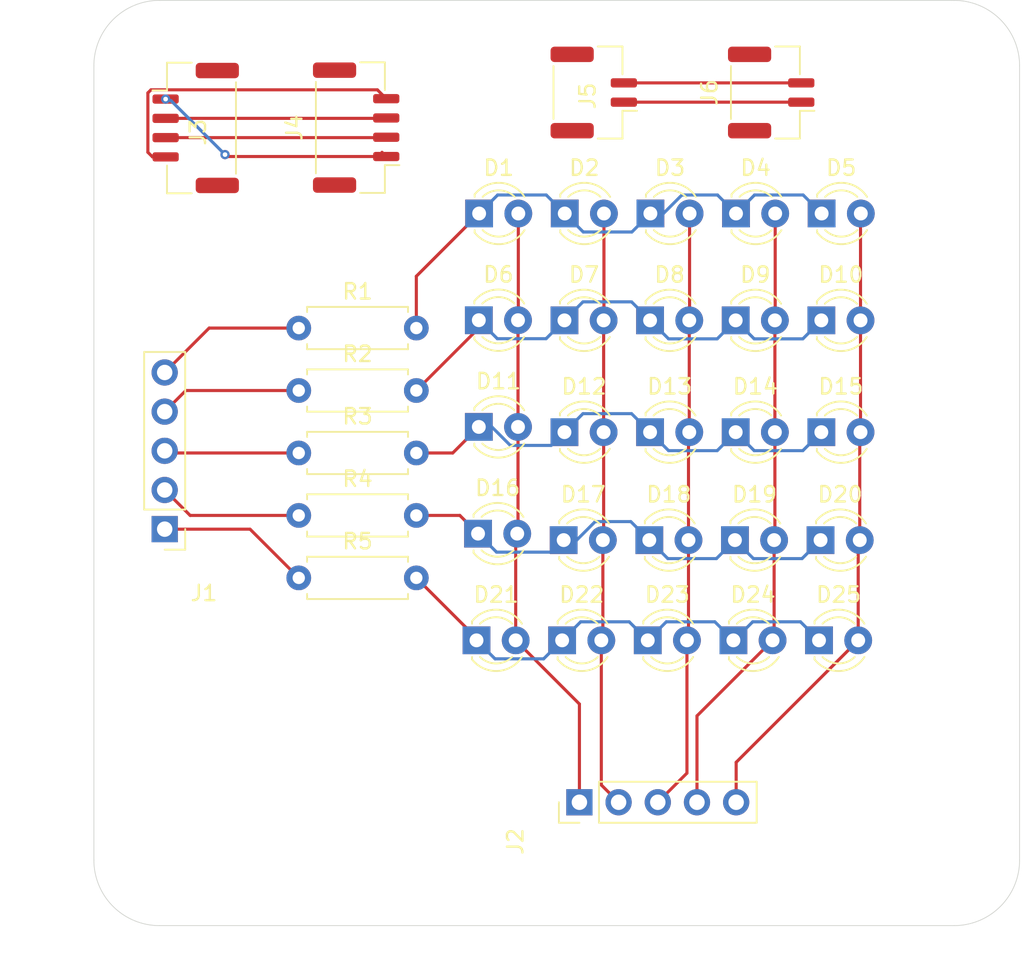
<source format=kicad_pcb>
(kicad_pcb (version 20240108) (generator "pcbnew") (generator_version "8.0")
  (layers (0 "F.Cu" signal) (31 "B.Cu" signal) (34 "B.Paste" user) (35 "F.Paste" user) (36 "B.SilkS" user "B.Silkscreen") (37 "F.SilkS" user "F.Silkscreen") (38 "B.Mask" user) (39 "F.Mask" user) (44 "Edge.Cuts" user))
  (net 0 "")
  (net 1 "Net-(D1-K)")
  (net 2 "Net-(D1-A)")
  (net 3 "Net-(D12-A)")
  (net 4 "Net-(D13-A)")
  (net 5 "Net-(D14-A)")
  (net 6 "Net-(D10-A)")
  (net 7 "Net-(D10-K)")
  (net 8 "Net-(D11-K)")
  (net 9 "Net-(D16-K)")
  (net 10 "Net-(D21-K)")
  (net 11 "Net-(J1-Pin_2)")
  (net 12 "Net-(J1-Pin_1)")
  (net 13 "Net-(J1-Pin_4)")
  (net 14 "Net-(J1-Pin_3)")
  (net 15 "Net-(J1-Pin_5)")
  (net 16 "GND")
  (net 17 "+3V3")
  (net 18 "/TX")
  (net 19 "/RX")
  (net 20 "/CAN_H")
  (net 21 "/CAN_L")
  (footprint "Resistor_THT:R_Axial_DIN0207_L6.3mm_D2.5mm_P7.62mm_Horizontal" (layer "F.Cu") (at 88.03 95.9)
    (property "Reference" "R4" (at 3.81 -2.37 0) (layer "F.SilkS"))
    (property "Value" "R_US")
    (pad "1" thru_hole circle (at 0 0) (size 1.6 1.6) (drill 0.8) (layers "*.Cu" "*.Mask") (net 11 "Net-(J1-Pin_2)"))
    (pad "2" thru_hole oval (at 7.62 0) (size 1.6 1.6) (drill 0.8) (layers "*.Cu" "*.Mask") (net 9 "Net-(D16-K)"))
  )
  (footprint "LED_THT:LED_D3.0mm" (layer "F.Cu") (at 116.35 83.25)
    (property "Reference" "D9" (at 1.27 -2.96 360) (layer "F.SilkS"))
    (property "Value" "LED")
    (pad "1" thru_hole rect (at 0 0) (size 1.8 1.8) (drill 0.9) (layers "*.Cu" "*.Mask") (net 7 "Net-(D10-K)"))
    (pad "2" thru_hole circle (at 2.54 0) (size 1.8 1.8) (drill 0.9) (layers "*.Cu" "*.Mask") (net 5 "Net-(D14-A)"))
  )
  (footprint "LED_THT:LED_D3.0mm" (layer "F.Cu") (at 99.72 76.32)
    (property "Reference" "D1" (at 1.27 -2.96 360) (layer "F.SilkS"))
    (property "Value" "LED")
    (pad "1" thru_hole rect (at 0 0) (size 1.8 1.8) (drill 0.9) (layers "*.Cu" "*.Mask") (net 1 "Net-(D1-K)"))
    (pad "2" thru_hole circle (at 2.54 0) (size 1.8 1.8) (drill 0.9) (layers "*.Cu" "*.Mask") (net 2 "Net-(D1-A)"))
  )
  (footprint "LED_THT:LED_D3.0mm" (layer "F.Cu") (at 99.55 104)
    (property "Reference" "D21" (at 1.27 -2.96 360) (layer "F.SilkS"))
    (property "Value" "LED")
    (pad "1" thru_hole rect (at 0 0) (size 1.8 1.8) (drill 0.9) (layers "*.Cu" "*.Mask") (net 10 "Net-(D21-K)"))
    (pad "2" thru_hole circle (at 2.54 0) (size 1.8 1.8) (drill 0.9) (layers "*.Cu" "*.Mask") (net 2 "Net-(D1-A)"))
  )
  (footprint "LED_THT:LED_D3.0mm" (layer "F.Cu") (at 121.85 97.5)
    (property "Reference" "D20" (at 1.27 -2.96 360) (layer "F.SilkS"))
    (property "Value" "LED")
    (pad "1" thru_hole rect (at 0 0) (size 1.8 1.8) (drill 0.9) (layers "*.Cu" "*.Mask") (net 9 "Net-(D16-K)"))
    (pad "2" thru_hole circle (at 2.54 0) (size 1.8 1.8) (drill 0.9) (layers "*.Cu" "*.Mask") (net 6 "Net-(D10-A)"))
  )
  (footprint "LED_THT:LED_D3.0mm" (layer "F.Cu") (at 116.37 76.32)
    (property "Reference" "D4" (at 1.27 -2.96 360) (layer "F.SilkS"))
    (property "Value" "LED")
    (pad "1" thru_hole rect (at 0 0) (size 1.8 1.8) (drill 0.9) (layers "*.Cu" "*.Mask") (net 1 "Net-(D1-K)"))
    (pad "2" thru_hole circle (at 2.54 0) (size 1.8 1.8) (drill 0.9) (layers "*.Cu" "*.Mask") (net 5 "Net-(D14-A)"))
  )
  (footprint "LED_THT:LED_D3.0mm" (layer "F.Cu") (at 99.7 83.24)
    (property "Reference" "D6" (at 1.27 -2.96 360) (layer "F.SilkS"))
    (property "Value" "LED")
    (pad "1" thru_hole rect (at 0 0) (size 1.8 1.8) (drill 0.9) (layers "*.Cu" "*.Mask") (net 7 "Net-(D10-K)"))
    (pad "2" thru_hole circle (at 2.54 0) (size 1.8 1.8) (drill 0.9) (layers "*.Cu" "*.Mask") (net 2 "Net-(D1-A)"))
  )
  (footprint "LED_THT:LED_D3.0mm" (layer "F.Cu") (at 105.27 76.32)
    (property "Reference" "D2" (at 1.27 -2.96 360) (layer "F.SilkS"))
    (property "Value" "LED")
    (pad "1" thru_hole rect (at 0 0) (size 1.8 1.8) (drill 0.9) (layers "*.Cu" "*.Mask") (net 1 "Net-(D1-K)"))
    (pad "2" thru_hole circle (at 2.54 0) (size 1.8 1.8) (drill 0.9) (layers "*.Cu" "*.Mask") (net 3 "Net-(D12-A)"))
  )
  (footprint "LED_THT:LED_D3.0mm" (layer "F.Cu") (at 110.8 90.5)
    (property "Reference" "D13" (at 1.27 -2.96 360) (layer "F.SilkS"))
    (property "Value" "LED")
    (pad "1" thru_hole rect (at 0 0) (size 1.8 1.8) (drill 0.9) (layers "*.Cu" "*.Mask") (net 8 "Net-(D11-K)"))
    (pad "2" thru_hole circle (at 2.54 0) (size 1.8 1.8) (drill 0.9) (layers "*.Cu" "*.Mask") (net 4 "Net-(D13-A)"))
  )
  (footprint "LED_THT:LED_D3.0mm" (layer "F.Cu") (at 116.3 97.5)
    (property "Reference" "D19" (at 1.27 -2.96 360) (layer "F.SilkS"))
    (property "Value" "LED")
    (pad "1" thru_hole rect (at 0 0) (size 1.8 1.8) (drill 0.9) (layers "*.Cu" "*.Mask") (net 9 "Net-(D16-K)"))
    (pad "2" thru_hole circle (at 2.54 0) (size 1.8 1.8) (drill 0.9) (layers "*.Cu" "*.Mask") (net 5 "Net-(D14-A)"))
  )
  (footprint "LED_THT:LED_D3.0mm" (layer "F.Cu") (at 110.65 104)
    (property "Reference" "D23" (at 1.27 -2.96 360) (layer "F.SilkS"))
    (property "Value" "LED")
    (pad "1" thru_hole rect (at 0 0) (size 1.8 1.8) (drill 0.9) (layers "*.Cu" "*.Mask") (net 10 "Net-(D21-K)"))
    (pad "2" thru_hole circle (at 2.54 0) (size 1.8 1.8) (drill 0.9) (layers "*.Cu" "*.Mask") (net 4 "Net-(D13-A)"))
  )
  (footprint "Connector_JST:JST_GH_BM02B-GHS-TBT_1x02-1MP_P1.25mm_Vertical" (layer "F.Cu") (at 118.65 68.475 90)
    (property "Reference" "J6" (at 0 -4 90) (layer "F.SilkS"))
    (property "Value" "Conn_01x02")
    (pad "1" smd roundrect (at -0.625 1.95 90) (size 0.6 1.7) (layers "F.Cu" "F.Paste" "F.Mask") (net 20 "/CAN_H"))
    (pad "2" smd roundrect (at 0.625 1.95 90) (size 0.6 1.7) (layers "F.Cu" "F.Paste" "F.Mask") (net 21 "/CAN_L"))
    (pad "MP" smd roundrect (at -2.475 -1.4 90) (size 1 2.8) (layers "F.Cu" "F.Paste" "F.Mask"))
    (pad "MP" smd roundrect (at 2.475 -1.4 90) (size 1 2.8) (layers "F.Cu" "F.Paste" "F.Mask"))
  )
  (footprint "LED_THT:LED_D3.0mm" (layer "F.Cu") (at 121.9 83.25)
    (property "Reference" "D10" (at 1.27 -2.96 360) (layer "F.SilkS"))
    (property "Value" "LED")
    (pad "1" thru_hole rect (at 0 0) (size 1.8 1.8) (drill 0.9) (layers "*.Cu" "*.Mask") (net 7 "Net-(D10-K)"))
    (pad "2" thru_hole circle (at 2.54 0) (size 1.8 1.8) (drill 0.9) (layers "*.Cu" "*.Mask") (net 6 "Net-(D10-A)"))
  )
  (footprint "LED_THT:LED_D3.0mm" (layer "F.Cu") (at 110.82 76.32)
    (property "Reference" "D3" (at 1.27 -2.96 360) (layer "F.SilkS"))
    (property "Value" "LED")
    (pad "1" thru_hole rect (at 0 0) (size 1.8 1.8) (drill 0.9) (layers "*.Cu" "*.Mask") (net 1 "Net-(D1-K)"))
    (pad "2" thru_hole circle (at 2.54 0) (size 1.8 1.8) (drill 0.9) (layers "*.Cu" "*.Mask") (net 4 "Net-(D13-A)"))
  )
  (footprint "LED_THT:LED_D3.0mm" (layer "F.Cu") (at 121.92 76.32)
    (property "Reference" "D5" (at 1.27 -2.96 360) (layer "F.SilkS"))
    (property "Value" "LED")
    (pad "1" thru_hole rect (at 0 0) (size 1.8 1.8) (drill 0.9) (layers "*.Cu" "*.Mask") (net 1 "Net-(D1-K)"))
    (pad "2" thru_hole circle (at 2.54 0) (size 1.8 1.8) (drill 0.9) (layers "*.Cu" "*.Mask") (net 6 "Net-(D10-A)"))
  )
  (footprint "Connector_PinHeader_2.54mm:PinHeader_1x05_P2.54mm_Vertical" (layer "F.Cu") (at 106.22 114.5 90)
    (property "Reference" "J2" (at -2.545 -4.15 90) (layer "F.SilkS"))
    (property "Value" "Conn_01x05")
    (pad "1" thru_hole rect (at 0 0 90) (size 1.7 1.7) (drill 1) (layers "*.Cu" "*.Mask") (net 2 "Net-(D1-A)"))
    (pad "2" thru_hole oval (at 0 2.54 90) (size 1.7 1.7) (drill 1) (layers "*.Cu" "*.Mask") (net 3 "Net-(D12-A)"))
    (pad "3" thru_hole oval (at 0 5.08 90) (size 1.7 1.7) (drill 1) (layers "*.Cu" "*.Mask") (net 4 "Net-(D13-A)"))
    (pad "4" thru_hole oval (at 0 7.62 90) (size 1.7 1.7) (drill 1) (layers "*.Cu" "*.Mask") (net 5 "Net-(D14-A)"))
    (pad "5" thru_hole oval (at 0 10.16 90) (size 1.7 1.7) (drill 1) (layers "*.Cu" "*.Mask") (net 6 "Net-(D10-A)"))
  )
  (footprint "Connector_JST:JST_GH_BM04B-GHS-TBT_1x04-1MP_P1.25mm_Vertical" (layer "F.Cu") (at 81.35 70.775 -90)
    (property "Reference" "J3" (at 0.275 -0.15 90) (layer "F.SilkS"))
    (property "Value" "Conn_01x04")
    (pad "1" smd roundrect (at -1.875 1.95 270) (size 0.6 1.7) (layers "F.Cu" "F.Paste" "F.Mask") (net 17 "+3V3"))
    (pad "2" smd roundrect (at -0.625 1.95 270) (size 0.6 1.7) (layers "F.Cu" "F.Paste" "F.Mask") (net 18 "/TX"))
    (pad "3" smd roundrect (at 0.625 1.95 270) (size 0.6 1.7) (layers "F.Cu" "F.Paste" "F.Mask") (net 19 "/RX"))
    (pad "4" smd roundrect (at 1.875 1.95 270) (size 0.6 1.7) (layers "F.Cu" "F.Paste" "F.Mask") (net 16 "GND"))
    (pad "MP" smd roundrect (at -3.725 -1.4 270) (size 1 2.8) (layers "F.Cu" "F.Paste" "F.Mask"))
    (pad "MP" smd roundrect (at 3.725 -1.4 270) (size 1 2.8) (layers "F.Cu" "F.Paste" "F.Mask"))
  )
  (footprint "LED_THT:LED_D3.0mm" (layer "F.Cu") (at 105.25 83.25)
    (property "Reference" "D7" (at 1.27 -2.96 360) (layer "F.SilkS"))
    (property "Value" "LED")
    (pad "1" thru_hole rect (at 0 0) (size 1.8 1.8) (drill 0.9) (layers "*.Cu" "*.Mask") (net 7 "Net-(D10-K)"))
    (pad "2" thru_hole circle (at 2.54 0) (size 1.8 1.8) (drill 0.9) (layers "*.Cu" "*.Mask") (net 3 "Net-(D12-A)"))
  )
  (footprint "LED_THT:LED_D3.0mm" (layer "F.Cu") (at 121.75 104)
    (property "Reference" "D25" (at 1.27 -2.96 360) (layer "F.SilkS"))
    (property "Value" "LED")
    (pad "1" thru_hole rect (at 0 0) (size 1.8 1.8) (drill 0.9) (layers "*.Cu" "*.Mask") (net 10 "Net-(D21-K)"))
    (pad "2" thru_hole circle (at 2.54 0) (size 1.8 1.8) (drill 0.9) (layers "*.Cu" "*.Mask") (net 6 "Net-(D10-A)"))
  )
  (footprint "LED_THT:LED_D3.0mm" (layer "F.Cu") (at 110.8 83.25)
    (property "Reference" "D8" (at 1.27 -2.96 360) (layer "F.SilkS"))
    (property "Value" "LED")
    (pad "1" thru_hole rect (at 0 0) (size 1.8 1.8) (drill 0.9) (layers "*.Cu" "*.Mask") (net 7 "Net-(D10-K)"))
    (pad "2" thru_hole circle (at 2.54 0) (size 1.8 1.8) (drill 0.9) (layers "*.Cu" "*.Mask") (net 4 "Net-(D13-A)"))
  )
  (footprint "Connector_PinHeader_2.54mm:PinHeader_1x05_P2.54mm_Vertical" (layer "F.Cu") (at 79.34 96.79 180)
    (property "Reference" "J1" (at -2.545 -4.15 360) (layer "F.SilkS"))
    (property "Value" "Conn_01x05")
    (pad "1" thru_hole rect (at 0 0 180) (size 1.7 1.7) (drill 1) (layers "*.Cu" "*.Mask") (net 12 "Net-(J1-Pin_1)"))
    (pad "2" thru_hole oval (at 0 2.54 180) (size 1.7 1.7) (drill 1) (layers "*.Cu" "*.Mask") (net 11 "Net-(J1-Pin_2)"))
    (pad "3" thru_hole oval (at 0 5.08 180) (size 1.7 1.7) (drill 1) (layers "*.Cu" "*.Mask") (net 14 "Net-(J1-Pin_3)"))
    (pad "4" thru_hole oval (at 0 7.62 180) (size 1.7 1.7) (drill 1) (layers "*.Cu" "*.Mask") (net 13 "Net-(J1-Pin_4)"))
    (pad "5" thru_hole oval (at 0 10.16 180) (size 1.7 1.7) (drill 1) (layers "*.Cu" "*.Mask") (net 15 "Net-(J1-Pin_5)"))
  )
  (footprint "Connector_JST:JST_GH_BM04B-GHS-TBT_1x04-1MP_P1.25mm_Vertical" (layer "F.Cu") (at 91.75 70.75 90)
    (property "Reference" "J4" (at 0 -4 90) (layer "F.SilkS"))
    (property "Value" "Conn_01x04")
    (pad "1" smd roundrect (at -1.875 1.95 90) (size 0.6 1.7) (layers "F.Cu" "F.Paste" "F.Mask") (net 17 "+3V3"))
    (pad "2" smd roundrect (at -0.625 1.95 90) (size 0.6 1.7) (layers "F.Cu" "F.Paste" "F.Mask") (net 19 "/RX"))
    (pad "3" smd roundrect (at 0.625 1.95 90) (size 0.6 1.7) (layers "F.Cu" "F.Paste" "F.Mask") (net 18 "/TX"))
    (pad "4" smd roundrect (at 1.875 1.95 90) (size 0.6 1.7) (layers "F.Cu" "F.Paste" "F.Mask") (net 16 "GND"))
    (pad "MP" smd roundrect (at -3.725 -1.4 90) (size 1 2.8) (layers "F.Cu" "F.Paste" "F.Mask"))
    (pad "MP" smd roundrect (at 3.725 -1.4 90) (size 1 2.8) (layers "F.Cu" "F.Paste" "F.Mask"))
  )
  (footprint "Resistor_THT:R_Axial_DIN0207_L6.3mm_D2.5mm_P7.62mm_Horizontal" (layer "F.Cu") (at 88.03 87.8)
    (property "Reference" "R2" (at 3.81 -2.37 0) (layer "F.SilkS"))
    (property "Value" "R_US")
    (pad "1" thru_hole circle (at 0 0) (size 1.6 1.6) (drill 0.8) (layers "*.Cu" "*.Mask") (net 13 "Net-(J1-Pin_4)"))
    (pad "2" thru_hole oval (at 7.62 0) (size 1.6 1.6) (drill 0.8) (layers "*.Cu" "*.Mask") (net 7 "Net-(D10-K)"))
  )
  (footprint "Connector_JST:JST_GH_BM02B-GHS-TBT_1x02-1MP_P1.25mm_Vertical" (layer "F.Cu") (at 107.15 68.475 90)
    (property "Reference" "J5" (at -0.225 -0.4 90) (layer "F.SilkS"))
    (property "Value" "Conn_01x02")
    (pad "1" smd roundrect (at -0.625 1.95 90) (size 0.6 1.7) (layers "F.Cu" "F.Paste" "F.Mask") (net 20 "/CAN_H"))
    (pad "2" smd roundrect (at 0.625 1.95 90) (size 0.6 1.7) (layers "F.Cu" "F.Paste" "F.Mask") (net 21 "/CAN_L"))
    (pad "MP" smd roundrect (at -2.475 -1.4 90) (size 1 2.8) (layers "F.Cu" "F.Paste" "F.Mask"))
    (pad "MP" smd roundrect (at 2.475 -1.4 90) (size 1 2.8) (layers "F.Cu" "F.Paste" "F.Mask"))
  )
  (footprint "LED_THT:LED_D3.0mm" (layer "F.Cu") (at 110.75 97.5)
    (property "Reference" "D18" (at 1.27 -2.96 360) (layer "F.SilkS"))
    (property "Value" "LED")
    (pad "1" thru_hole rect (at 0 0) (size 1.8 1.8) (drill 0.9) (layers "*.Cu" "*.Mask") (net 9 "Net-(D16-K)"))
    (pad "2" thru_hole circle (at 2.54 0) (size 1.8 1.8) (drill 0.9) (layers "*.Cu" "*.Mask") (net 4 "Net-(D13-A)"))
  )
  (footprint "LED_THT:LED_D3.0mm" (layer "F.Cu") (at 116.2 104)
    (property "Reference" "D24" (at 1.27 -2.96 360) (layer "F.SilkS"))
    (property "Value" "LED")
    (pad "1" thru_hole rect (at 0 0) (size 1.8 1.8) (drill 0.9) (layers "*.Cu" "*.Mask") (net 10 "Net-(D21-K)"))
    (pad "2" thru_hole circle (at 2.54 0) (size 1.8 1.8) (drill 0.9) (layers "*.Cu" "*.Mask") (net 5 "Net-(D14-A)"))
  )
  (footprint "LED_THT:LED_D3.0mm" (layer "F.Cu") (at 121.9 90.5)
    (property "Reference" "D15" (at 1.27 -2.96 360) (layer "F.SilkS"))
    (property "Value" "LED")
    (pad "1" thru_hole rect (at 0 0) (size 1.8 1.8) (drill 0.9) (layers "*.Cu" "*.Mask") (net 8 "Net-(D11-K)"))
    (pad "2" thru_hole circle (at 2.54 0) (size 1.8 1.8) (drill 0.9) (layers "*.Cu" "*.Mask") (net 6 "Net-(D10-A)"))
  )
  (footprint "Resistor_THT:R_Axial_DIN0207_L6.3mm_D2.5mm_P7.62mm_Horizontal" (layer "F.Cu") (at 88.03 91.85)
    (property "Reference" "R3" (at 3.81 -2.37 0) (layer "F.SilkS"))
    (property "Value" "R_US")
    (pad "1" thru_hole circle (at 0 0) (size 1.6 1.6) (drill 0.8) (layers "*.Cu" "*.Mask") (net 14 "Net-(J1-Pin_3)"))
    (pad "2" thru_hole oval (at 7.62 0) (size 1.6 1.6) (drill 0.8) (layers "*.Cu" "*.Mask") (net 8 "Net-(D11-K)"))
  )
  (footprint "LED_THT:LED_D3.0mm" (layer "F.Cu") (at 105.2 97.5)
    (property "Reference" "D17" (at 1.27 -2.96 360) (layer "F.SilkS"))
    (property "Value" "LED")
    (pad "1" thru_hole rect (at 0 0) (size 1.8 1.8) (drill 0.9) (layers "*.Cu" "*.Mask") (net 9 "Net-(D16-K)"))
    (pad "2" thru_hole circle (at 2.54 0) (size 1.8 1.8) (drill 0.9) (layers "*.Cu" "*.Mask") (net 3 "Net-(D12-A)"))
  )
  (footprint "LED_THT:LED_D3.0mm" (layer "F.Cu") (at 99.65 97.08)
    (property "Reference" "D16" (at 1.27 -2.96 360) (layer "F.SilkS"))
    (property "Value" "LED")
    (pad "1" thru_hole rect (at 0 0) (size 1.8 1.8) (drill 0.9) (layers "*.Cu" "*.Mask") (net 9 "Net-(D16-K)"))
    (pad "2" thru_hole circle (at 2.54 0) (size 1.8 1.8) (drill 0.9) (layers "*.Cu" "*.Mask") (net 2 "Net-(D1-A)"))
  )
  (footprint "LED_THT:LED_D3.0mm" (layer "F.Cu") (at 105.25 90.5)
    (property "Reference" "D12" (at 1.27 -2.96 360) (layer "F.SilkS"))
    (property "Value" "LED")
    (pad "1" thru_hole rect (at 0 0) (size 1.8 1.8) (drill 0.9) (layers "*.Cu" "*.Mask") (net 8 "Net-(D11-K)"))
    (pad "2" thru_hole circle (at 2.54 0) (size 1.8 1.8) (drill 0.9) (layers "*.Cu" "*.Mask") (net 3 "Net-(D12-A)"))
  )
  (footprint "Resistor_THT:R_Axial_DIN0207_L6.3mm_D2.5mm_P7.62mm_Horizontal" (layer "F.Cu") (at 88.03 99.95)
    (property "Reference" "R5" (at 3.81 -2.37 0) (layer "F.SilkS"))
    (property "Value" "R_US")
    (pad "1" thru_hole circle (at 0 0) (size 1.6 1.6) (drill 0.8) (layers "*.Cu" "*.Mask") (net 12 "Net-(J1-Pin_1)"))
    (pad "2" thru_hole oval (at 7.62 0) (size 1.6 1.6) (drill 0.8) (layers "*.Cu" "*.Mask") (net 10 "Net-(D21-K)"))
  )
  (footprint "Resistor_THT:R_Axial_DIN0207_L6.3mm_D2.5mm_P7.62mm_Horizontal" (layer "F.Cu") (at 88.03 83.75)
    (property "Reference" "R1" (at 3.81 -2.37 0) (layer "F.SilkS"))
    (property "Value" "R_US")
    (pad "1" thru_hole circle (at 0 0) (size 1.6 1.6) (drill 0.8) (layers "*.Cu" "*.Mask") (net 15 "Net-(J1-Pin_5)"))
    (pad "2" thru_hole oval (at 7.62 0) (size 1.6 1.6) (drill 0.8) (layers "*.Cu" "*.Mask") (net 1 "Net-(D1-K)"))
  )
  (footprint "LED_THT:LED_D3.0mm" (layer "F.Cu") (at 99.7 90.16)
    (property "Reference" "D11" (at 1.27 -2.96 360) (layer "F.SilkS"))
    (property "Value" "LED")
    (pad "1" thru_hole rect (at 0 0) (size 1.8 1.8) (drill 0.9) (layers "*.Cu" "*.Mask") (net 8 "Net-(D11-K)"))
    (pad "2" thru_hole circle (at 2.54 0) (size 1.8 1.8) (drill 0.9) (layers "*.Cu" "*.Mask") (net 2 "Net-(D1-A)"))
  )
  (footprint "LED_THT:LED_D3.0mm" (layer "F.Cu") (at 116.35 90.5)
    (property "Reference" "D14" (at 1.27 -2.96 360) (layer "F.SilkS"))
    (property "Value" "LED")
    (pad "1" thru_hole rect (at 0 0) (size 1.8 1.8) (drill 0.9) (layers "*.Cu" "*.Mask") (net 8 "Net-(D11-K)"))
    (pad "2" thru_hole circle (at 2.54 0) (size 1.8 1.8) (drill 0.9) (layers "*.Cu" "*.Mask") (net 5 "Net-(D14-A)"))
  )
  (footprint "LED_THT:LED_D3.0mm" (layer "F.Cu") (at 105.1 104)
    (property "Reference" "D22" (at 1.27 -2.96 360) (layer "F.SilkS"))
    (property "Value" "LED")
    (pad "1" thru_hole rect (at 0 0) (size 1.8 1.8) (drill 0.9) (layers "*.Cu" "*.Mask") (net 10 "Net-(D21-K)"))
    (pad "2" thru_hole circle (at 2.54 0) (size 1.8 1.8) (drill 0.9) (layers "*.Cu" "*.Mask") (net 3 "Net-(D12-A)"))
  )
  (gr_line (start 79 122.5) (end 130.5 122.5) (stroke (width 0.05)) (layer "Edge.Cuts"))
  (gr_line (start 130.5 62.5) (end 79 62.5) (stroke (width 0.05)) (layer "Edge.Cuts"))
  (gr_line (start 134.75 66.75) (end 134.75 118.25) (stroke (width 0.05)) (layer "Edge.Cuts"))
  (gr_arc (start 134.75 118.25) (mid 133.505204 121.255204) (end 130.5 122.5) (stroke (width 0.05)) (layer "Edge.Cuts"))
  (gr_arc (start 74.75 66.75) (mid 75.994796 63.744796) (end 79 62.5) (stroke (width 0.05)) (layer "Edge.Cuts"))
  (gr_arc (start 79 122.5) (mid 75.994796 121.255204) (end 74.75 118.25) (stroke (width 0.05)) (layer "Edge.Cuts"))
  (gr_line (start 74.75 118.25) (end 74.75 66.75) (stroke (width 0.05)) (layer "Edge.Cuts"))
  (gr_arc (start 130.5 62.5) (mid 133.505204 63.744796) (end 134.75 66.75) (stroke (width 0.05)) (layer "Edge.Cuts"))
  (segment (start 95.65 83.75) (end 95.65 80.39) (width 0.2) (layer "F.Cu") (net 1))
  (segment (start 95.65 80.39) (end 99.72 76.32) (width 0.2) (layer "F.Cu") (net 1))
  (segment (start 110.82 76.32) (end 111.662943 76.32) (width 0.2) (layer "B.Cu") (net 1))
  (segment (start 112.862943 75.12) (end 115.17 75.12) (width 0.2) (layer "B.Cu") (net 1))
  (segment (start 109.62 77.52) (end 110.82 76.32) (width 0.2) (layer "B.Cu") (net 1))
  (segment (start 100.92 75.12) (end 104.07 75.12) (width 0.2) (layer "B.Cu") (net 1))
  (segment (start 117.57 75.12) (end 120.72 75.12) (width 0.2) (layer "B.Cu") (net 1))
  (segment (start 116.37 76.32) (end 117.57 75.12) (width 0.2) (layer "B.Cu") (net 1))
  (segment (start 115.17 75.12) (end 116.37 76.32) (width 0.2) (layer "B.Cu") (net 1))
  (segment (start 99.72 76.32) (end 100.92 75.12) (width 0.2) (layer "B.Cu") (net 1))
  (segment (start 105.27 76.32) (end 106.47 77.52) (width 0.2) (layer "B.Cu") (net 1))
  (segment (start 104.07 75.12) (end 105.27 76.32) (width 0.2) (layer "B.Cu") (net 1))
  (segment (start 111.662943 76.32) (end 112.862943 75.12) (width 0.2) (layer "B.Cu") (net 1))
  (segment (start 106.47 77.52) (end 109.62 77.52) (width 0.2) (layer "B.Cu") (net 1))
  (segment (start 120.72 75.12) (end 121.92 76.32) (width 0.2) (layer "B.Cu") (net 1))
  (segment (start 106.22 114.5) (end 106.22 108.13) (width 0.2) (layer "F.Cu") (net 2))
  (segment (start 102.09 104) (end 102.09 97.18) (width 0.2) (layer "F.Cu") (net 2))
  (segment (start 102.24 83.24) (end 102.24 90.16) (width 0.2) (layer "F.Cu") (net 2))
  (segment (start 102.26 76.32) (end 102.26 83.22) (width 0.2) (layer "F.Cu") (net 2))
  (segment (start 102.24 97.03) (end 102.19 97.08) (width 0.2) (layer "F.Cu") (net 2))
  (segment (start 102.09 97.18) (end 102.19 97.08) (width 0.2) (layer "F.Cu") (net 2))
  (segment (start 106.22 108.13) (end 102.09 104) (width 0.2) (layer "F.Cu") (net 2))
  (segment (start 102.24 90.16) (end 102.24 97.03) (width 0.2) (layer "F.Cu") (net 2))
  (segment (start 102.26 83.22) (end 102.24 83.24) (width 0.2) (layer "F.Cu") (net 2))
  (segment (start 107.74 103.9) (end 107.64 104) (width 0.2) (layer "F.Cu") (net 3))
  (segment (start 107.79 97.45) (end 107.74 97.5) (width 0.2) (layer "F.Cu") (net 3))
  (segment (start 107.81 83.23) (end 107.79 83.25) (width 0.2) (layer "F.Cu") (net 3))
  (segment (start 107.79 83.25) (end 107.79 90.5) (width 0.2) (layer "F.Cu") (net 3))
  (segment (start 107.74 97.5) (end 107.74 103.9) (width 0.2) (layer "F.Cu") (net 3))
  (segment (start 107.81 76.32) (end 107.81 83.23) (width 0.2) (layer "F.Cu") (net 3))
  (segment (start 107.79 90.5) (end 107.79 97.45) (width 0.2) (layer "F.Cu") (net 3))
  (segment (start 107.64 104) (end 107.64 113.38) (width 0.2) (layer "F.Cu") (net 3))
  (segment (start 107.64 113.38) (end 108.76 114.5) (width 0.2) (layer "F.Cu") (net 3))
  (segment (start 113.36 83.23) (end 113.34 83.25) (width 0.2) (layer "F.Cu") (net 4))
  (segment (start 113.29 90.64) (end 113.29 97.5) (width 0.2) (layer "F.Cu") (net 4))
  (segment (start 113.29 103.9) (end 113.19 104) (width 0.2) (layer "F.Cu") (net 4))
  (segment (start 113.34 83.25) (end 113.34 90.5) (width 0.2) (layer "F.Cu") (net 4))
  (segment (start 113.36 76.32) (end 113.36 83.23) (width 0.2) (layer "F.Cu") (net 4))
  (segment (start 113.34 90.59) (end 113.29 90.64) (width 0.2) (layer "F.Cu") (net 4))
  (segment (start 113.29 97.5) (end 113.29 103.9) (width 0.2) (layer "F.Cu") (net 4))
  (segment (start 113.19 104) (end 113.19 112.61) (width 0.2) (layer "F.Cu") (net 4))
  (segment (start 113.34 90.5) (end 113.34 90.59) (width 0.2) (layer "F.Cu") (net 4))
  (segment (start 113.19 112.61) (end 111.3 114.5) (width 0.2) (layer "F.Cu") (net 4))
  (segment (start 118.91 83.23) (end 118.89 83.25) (width 0.2) (layer "F.Cu") (net 5))
  (segment (start 118.91 76.32) (end 118.91 83.23) (width 0.2) (layer "F.Cu") (net 5))
  (segment (start 118.89 90.5) (end 118.89 97.45) (width 0.2) (layer "F.Cu") (net 5))
  (segment (start 118.89 97.45) (end 118.84 97.5) (width 0.2) (layer "F.Cu") (net 5))
  (segment (start 118.89 83.25) (end 118.89 90.5) (width 0.2) (layer "F.Cu") (net 5))
  (segment (start 118.74 104) (end 113.84 108.9) (width 0.2) (layer "F.Cu") (net 5))
  (segment (start 118.84 97.5) (end 118.84 103.9) (width 0.2) (layer "F.Cu") (net 5))
  (segment (start 113.84 108.9) (end 113.84 114.5) (width 0.2) (layer "F.Cu") (net 5))
  (segment (start 118.84 103.9) (end 118.74 104) (width 0.2) (layer "F.Cu") (net 5))
  (segment (start 124.39 97.5) (end 124.39 90.55) (width 0.2) (layer "F.Cu") (net 6))
  (segment (start 124.44 83.25) (end 124.44 76.34) (width 0.2) (layer "F.Cu") (net 6))
  (segment (start 116.38 111.91) (end 124.29 104) (width 0.2) (layer "F.Cu") (net 6))
  (segment (start 124.44 90.5) (end 124.44 83.25) (width 0.2) (layer "F.Cu") (net 6))
  (segment (start 124.44 76.34) (end 124.46 76.32) (width 0.2) (layer "F.Cu") (net 6))
  (segment (start 124.29 97.6) (end 124.39 97.5) (width 0.2) (layer "F.Cu") (net 6))
  (segment (start 116.38 114.5) (end 116.38 111.91) (width 0.2) (layer "F.Cu") (net 6))
  (segment (start 124.39 90.55) (end 124.44 90.5) (width 0.2) (layer "F.Cu") (net 6))
  (segment (start 124.29 104) (end 124.29 97.6) (width 0.2) (layer "F.Cu") (net 6))
  (segment (start 95.65 87.8) (end 99.7 83.75) (width 0.2) (layer "F.Cu") (net 7))
  (segment (start 99.7 83.75) (end 99.7 83.24) (width 0.2) (layer "F.Cu") (net 7))
  (segment (start 120.7 84.45) (end 121.9 83.25) (width 0.2) (layer "B.Cu") (net 7))
  (segment (start 99.7 83.24) (end 100.9 84.44) (width 0.2) (layer "B.Cu") (net 7))
  (segment (start 115.15 84.45) (end 116.35 83.25) (width 0.2) (layer "B.Cu") (net 7))
  (segment (start 105.25 83.25) (end 106.45 82.05) (width 0.2) (layer "B.Cu") (net 7))
  (segment (start 110.8 83.25) (end 112 84.45) (width 0.2) (layer "B.Cu") (net 7))
  (segment (start 106.45 82.05) (end 109.6 82.05) (width 0.2) (layer "B.Cu") (net 7))
  (segment (start 104.06 84.44) (end 105.25 83.25) (width 0.2) (layer "B.Cu") (net 7))
  (segment (start 117.55 84.45) (end 120.7 84.45) (width 0.2) (layer "B.Cu") (net 7))
  (segment (start 100.9 84.44) (end 104.06 84.44) (width 0.2) (layer "B.Cu") (net 7))
  (segment (start 116.35 83.25) (end 117.55 84.45) (width 0.2) (layer "B.Cu") (net 7))
  (segment (start 112 84.45) (end 115.15 84.45) (width 0.2) (layer "B.Cu") (net 7))
  (segment (start 109.6 82.05) (end 110.8 83.25) (width 0.2) (layer "B.Cu") (net 7))
  (segment (start 98.01 91.85) (end 99.7 90.16) (width 0.2) (layer "F.Cu") (net 8))
  (segment (start 95.65 91.85) (end 98.01 91.85) (width 0.2) (layer "F.Cu") (net 8))
  (segment (start 99.7 90.16) (end 100.542943 90.16) (width 0.2) (layer "B.Cu") (net 8))
  (segment (start 104.39 91.36) (end 105.25 90.5) (width 0.2) (layer "B.Cu") (net 8))
  (segment (start 112 91.7) (end 115.15 91.7) (width 0.2) (layer "B.Cu") (net 8))
  (segment (start 115.15 91.7) (end 116.35 90.5) (width 0.2) (layer "B.Cu") (net 8))
  (segment (start 109.6 89.3) (end 110.8 90.5) (width 0.2) (layer "B.Cu") (net 8))
  (segment (start 100.542943 90.16) (end 101.742943 91.36) (width 0.2) (layer "B.Cu") (net 8))
  (segment (start 105.25 90.5) (end 106.45 89.3) (width 0.2) (layer "B.Cu") (net 8))
  (segment (start 120.7 91.7) (end 121.9 90.5) (width 0.2) (layer "B.Cu") (net 8))
  (segment (start 117.55 91.7) (end 120.7 91.7) (width 0.2) (layer "B.Cu") (net 8))
  (segment (start 106.45 89.3) (end 109.6 89.3) (width 0.2) (layer "B.Cu") (net 8))
  (segment (start 110.8 90.5) (end 112 91.7) (width 0.2) (layer "B.Cu") (net 8))
  (segment (start 116.35 90.5) (end 117.55 91.7) (width 0.2) (layer "B.Cu") (net 8))
  (segment (start 101.742943 91.36) (end 104.39 91.36) (width 0.2) (layer "B.Cu") (net 8))
  (segment (start 95.65 95.9) (end 98.47 95.9) (width 0.2) (layer "F.Cu") (net 9))
  (segment (start 98.47 95.9) (end 99.65 97.08) (width 0.2) (layer "F.Cu") (net 9))
  (segment (start 106.042943 97.5) (end 107.242943 96.3) (width 0.2) (layer "B.Cu") (net 9))
  (segment (start 104.42 98.28) (end 105.2 97.5) (width 0.2) (layer "B.Cu") (net 9))
  (segment (start 109.55 96.3) (end 110.75 97.5) (width 0.2) (layer "B.Cu") (net 9))
  (segment (start 115.1 98.7) (end 116.3 97.5) (width 0.2) (layer "B.Cu") (net 9))
  (segment (start 107.242943 96.3) (end 109.55 96.3) (width 0.2) (layer "B.Cu") (net 9))
  (segment (start 99.65 97.08) (end 100.85 98.28) (width 0.2) (layer "B.Cu") (net 9))
  (segment (start 105.2 97.5) (end 106.042943 97.5) (width 0.2) (layer "B.Cu") (net 9))
  (segment (start 110.75 97.5) (end 111.95 98.7) (width 0.2) (layer "B.Cu") (net 9))
  (segment (start 100.85 98.28) (end 104.42 98.28) (width 0.2) (layer "B.Cu") (net 9))
  (segment (start 116.3 97.5) (end 117.5 98.7) (width 0.2) (layer "B.Cu") (net 9))
  (segment (start 117.5 98.7) (end 120.65 98.7) (width 0.2) (layer "B.Cu") (net 9))
  (segment (start 111.95 98.7) (end 115.1 98.7) (width 0.2) (layer "B.Cu") (net 9))
  (segment (start 120.65 98.7) (end 121.85 97.5) (width 0.2) (layer "B.Cu") (net 9))
  (segment (start 99.55 104) (end 99.55 103.85) (width 0.2) (layer "F.Cu") (net 10))
  (segment (start 99.55 103.85) (end 95.65 99.95) (width 0.2) (layer "F.Cu") (net 10))
  (segment (start 116.2 104) (end 116.25 104) (width 0.2) (layer "B.Cu") (net 10))
  (segment (start 103.9 105.2) (end 105.1 104) (width 0.2) (layer "B.Cu") (net 10))
  (segment (start 117.45 102.8) (end 120.55 102.8) (width 0.2) (layer "B.Cu") (net 10))
  (segment (start 99.55 104) (end 100.75 105.2) (width 0.2) (layer "B.Cu") (net 10))
  (segment (start 115 102.8) (end 116.2 104) (width 0.2) (layer "B.Cu") (net 10))
  (segment (start 111.85 102.8) (end 115 102.8) (width 0.2) (layer "B.Cu") (net 10))
  (segment (start 110.65 104) (end 111.85 102.8) (width 0.2) (layer "B.Cu") (net 10))
  (segment (start 120.55 102.8) (end 121.75 104) (width 0.2) (layer "B.Cu") (net 10))
  (segment (start 100.75 105.2) (end 103.9 105.2) (width 0.2) (layer "B.Cu") (net 10))
  (segment (start 116.25 104) (end 117.45 102.8) (width 0.2) (layer "B.Cu") (net 10))
  (segment (start 106.3 102.8) (end 109.45 102.8) (width 0.2) (layer "B.Cu") (net 10))
  (segment (start 105.1 104) (end 106.3 102.8) (width 0.2) (layer "B.Cu") (net 10))
  (segment (start 109.45 102.8) (end 110.65 104) (width 0.2) (layer "B.Cu") (net 10))
  (segment (start 80.99 95.9) (end 79.34 94.25) (width 0.2) (layer "F.Cu") (net 11))
  (segment (start 88.03 95.9) (end 80.99 95.9) (width 0.2) (layer "F.Cu") (net 11))
  (segment (start 79.34 96.79) (end 84.87 96.79) (width 0.2) (layer "F.Cu") (net 12))
  (segment (start 84.87 96.79) (end 88.03 99.95) (width 0.2) (layer "F.Cu") (net 12))
  (segment (start 80.71 87.8) (end 79.34 89.17) (width 0.2) (layer "F.Cu") (net 13))
  (segment (start 88.03 87.8) (end 80.71 87.8) (width 0.2) (layer "F.Cu") (net 13))
  (segment (start 88.03 91.85) (end 79.48 91.85) (width 0.2) (layer "F.Cu") (net 14))
  (segment (start 79.48 91.85) (end 79.34 91.71) (width 0.2) (layer "F.Cu") (net 14))
  (segment (start 82.22 83.75) (end 79.34 86.63) (width 0.2) (layer "F.Cu") (net 15))
  (segment (start 88.03 83.75) (end 82.22 83.75) (width 0.2) (layer "F.Cu") (net 15))
  (segment (start 78.45 68.3) (end 78.25 68.5) (width 0.2) (layer "F.Cu") (net 16))
  (segment (start 78.550001 72.65) (end 79.4 72.65) (width 0.2) (layer "F.Cu") (net 16))
  (segment (start 78.25 72.349999) (end 78.550001 72.65) (width 0.2) (layer "F.Cu") (net 16))
  (segment (start 78.25 68.5) (end 78.25 72.349999) (width 0.2) (layer "F.Cu") (net 16))
  (segment (start 93.125 68.3) (end 78.45 68.3) (width 0.2) (layer "F.Cu") (net 16))
  (segment (start 93.7 68.875) (end 93.125 68.3) (width 0.2) (layer "F.Cu") (net 16))
  (segment (start 93.424999 72.349999) (end 93.7 72.625) (width 0.2) (layer "F.Cu") (net 17))
  (segment (start 83.375 72.625) (end 83.25 72.5) (width 0.2) (layer "F.Cu") (net 17))
  (segment (start 93.7 72.625) (end 83.375 72.625) (width 0.2) (layer "F.Cu") (net 17))
  (via (at 79.4 68.9) (size 0.6) (drill 0.3) (layers "F.Cu" "B.Cu") (net 17))
  (via (at 83.25 72.5) (size 0.6) (drill 0.3) (layers "F.Cu" "B.Cu") (net 17))
  (segment (start 79.5 69) (end 79.4 68.9) (width 0.2) (layer "B.Cu") (net 17))
  (segment (start 83.25 72.5) (end 79.75 69) (width 0.2) (layer "B.Cu") (net 17))
  (segment (start 79.75 69) (end 79.5 69) (width 0.2) (layer "B.Cu") (net 17))
  (segment (start 93.675 70.15) (end 93.7 70.125) (width 0.2) (layer "F.Cu") (net 18))
  (segment (start 79.4 70.15) (end 93.675 70.15) (width 0.2) (layer "F.Cu") (net 18))
  (segment (start 79.4 71.4) (end 93.675 71.4) (width 0.2) (layer "F.Cu") (net 19))
  (segment (start 93.675 71.4) (end 93.7 71.375) (width 0.2) (layer "F.Cu") (net 19))
  (segment (start 109.1 69.1) (end 120.6 69.1) (width 0.2) (layer "F.Cu") (net 20))
  (segment (start 120.6 67.85) (end 109.1 67.85) (width 0.2) (layer "F.Cu") (net 21))
)
</source>
